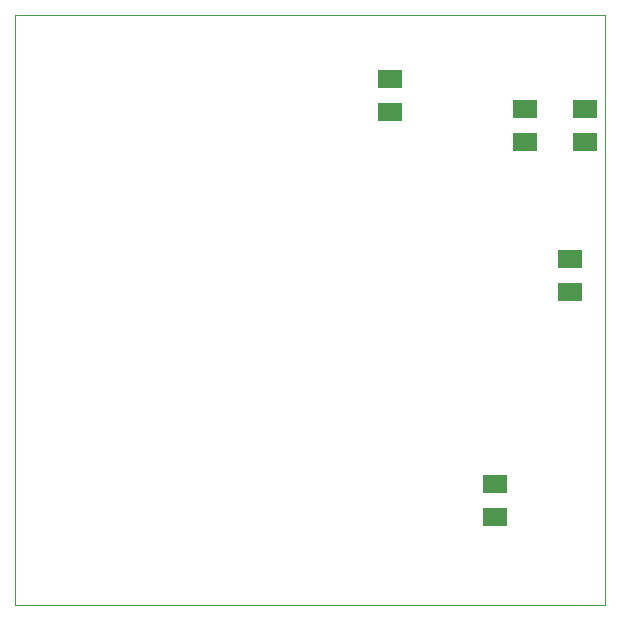
<source format=gtp>
G75*
G70*
%OFA0B0*%
%FSLAX24Y24*%
%IPPOS*%
%LPD*%
%AMOC8*
5,1,8,0,0,1.08239X$1,22.5*
%
%ADD10C,0.0000*%
%ADD11R,0.0787X0.0630*%
D10*
X000816Y000756D02*
X000816Y020441D01*
X020501Y020441D01*
X020501Y000756D01*
X000816Y000756D01*
D11*
X013316Y017205D03*
X013316Y018307D03*
X017816Y017307D03*
X017816Y016205D03*
X019816Y016205D03*
X019816Y017307D03*
X019316Y012307D03*
X019316Y011205D03*
X016816Y004807D03*
X016816Y003705D03*
M02*

</source>
